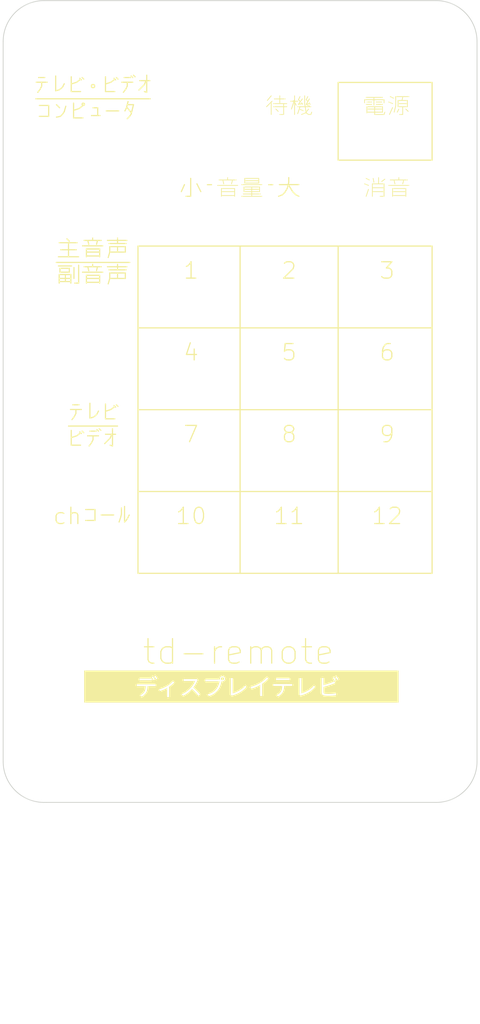
<source format=kicad_pcb>
(kicad_pcb (version 20211014) (generator pcbnew)
  (layers (0 "F.Cu" signal) (31 "B.Cu" signal) (34 "B.Paste" user) (35 "F.Paste" user) (36 "B.SilkS" user "B.Silkscreen") (37 "F.SilkS" user "F.Silkscreen") (38 "B.Mask" user) (39 "F.Mask" user) (44 "Edge.Cuts" user))
  (net 0 "")
  (footprint "MountingHole:MountingHole_3.7mm" (layer "F.Cu") (at 94 100)
    (fp_text reference "SW20" hide)
    (fp_text value "SW_Push")
    (pad "" np_thru_hole circle (at 0 0) (size 3.7 3.7) (drill 3.7) (layers *.Cu *.Mask))
  )
  (footprint "MountingHole:MountingHole_3.7mm" (layer "F.Cu") (at 70 90)
    (fp_text reference "SW14" hide)
    (fp_text value "SW_Push")
    (pad "" np_thru_hole circle (at 0 0) (size 3.7 3.7) (drill 3.7) (layers *.Cu *.Mask))
  )
  (footprint "MountingHole:MountingHole_3.7mm" (layer "F.Cu") (at 94 60)
    (fp_text reference "SW5" hide)
    (fp_text value "SW_Push")
    (pad "" np_thru_hole circle (at 0 0) (size 3.7 3.7) (drill 3.7) (layers *.Cu *.Mask))
  )
  (footprint "MountingHole:MountingHole_3.7mm" (layer "F.Cu") (at 94 50)
    (fp_text reference "SW2" hide)
    (fp_text value "SW_Push")
    (pad "" np_thru_hole circle (at 0 0) (size 3.7 3.7) (drill 3.7) (layers *.Cu *.Mask))
  )
  (footprint "MountingHole:MountingHole_3.7mm" (layer "F.Cu") (at 82 90)
    (fp_text reference "SW15" hide)
    (fp_text value "SW_Push")
    (pad "" np_thru_hole circle (at 0 0) (size 3.7 3.7) (drill 3.7) (layers *.Cu *.Mask))
  )
  (footprint "MountingHole:MountingHole_3.7mm" (layer "F.Cu") (at 94 90)
    (fp_text reference "SW16" hide)
    (fp_text value "SW_Push")
    (pad "" np_thru_hole circle (at 0 0) (size 3.7 3.7) (drill 3.7) (layers *.Cu *.Mask))
  )
  (footprint "MountingHole:MountingHole_2.2mm_M2" (layer "F.Cu") (at 64 126)
    (fp_text reference "H1" hide)
    (fp_text value "9774035243R")
    (pad "" np_thru_hole circle (at 0 0) (size 2.2 2.2) (drill 2.2) (layers *.Cu *.Mask))
  )
  (footprint "MountingHole:MountingHole_2.2mm_M2" (layer "F.Cu") (at 112 126)
    (fp_text reference "H3" hide)
    (fp_text value "9774035243R")
    (pad "" np_thru_hole circle (at 0 0) (size 2.2 2.2) (drill 2.2) (layers *.Cu *.Mask))
  )
  (footprint "MountingHole:MountingHole_3.7mm" (layer "F.Cu") (at 82 70)
    (fp_text reference "SW8" hide)
    (fp_text value "SW_Push")
    (pad "" np_thru_hole circle (at 0 0) (size 3.7 3.7) (drill 3.7) (layers *.Cu *.Mask))
  )
  (footprint "MountingHole:MountingHole_3.7mm" (layer "F.Cu") (at 106 90)
    (fp_text reference "SW17" hide)
    (fp_text value "SW_Push")
    (pad "" np_thru_hole circle (at 0 0) (size 3.7 3.7) (drill 3.7) (layers *.Cu *.Mask))
  )
  (footprint "MountingHole:MountingHole_3.7mm" (layer "F.Cu") (at 82 100)
    (fp_text reference "SW19" hide)
    (fp_text value "SW_Push")
    (pad "" np_thru_hole circle (at 0 0) (size 3.7 3.7) (drill 3.7) (layers *.Cu *.Mask))
  )
  (footprint "MountingHole:MountingHole_3.7mm" (layer "F.Cu") (at 94 80)
    (fp_text reference "SW12" hide)
    (fp_text value "SW_Push")
    (pad "" np_thru_hole circle (at 0 0) (size 3.7 3.7) (drill 3.7) (layers *.Cu *.Mask))
  )
  (footprint "MountingHole:MountingHole_3.7mm" (layer "F.Cu") (at 70 50)
    (fp_text reference "SW1" hide)
    (fp_text value "SW_Push")
    (pad "" np_thru_hole circle (at 0 0) (size 3.7 3.7) (drill 3.7) (layers *.Cu *.Mask))
  )
  (footprint "MountingHole:MountingHole_3.7mm" (layer "F.Cu") (at 70 100)
    (fp_text reference "SW18" hide)
    (fp_text value "SW_Push")
    (pad "" np_thru_hole circle (at 0 0) (size 3.7 3.7) (drill 3.7) (layers *.Cu *.Mask))
  )
  (footprint "MountingHole:MountingHole_3.7mm" (layer "F.Cu") (at 70 70)
    (fp_text reference "SW7" hide)
    (fp_text value "SW_Push")
    (pad "" np_thru_hole circle (at 0 0) (size 3.7 3.7) (drill 3.7) (layers *.Cu *.Mask))
  )
  (footprint "MountingHole:MountingHole_3.7mm" (layer "F.Cu") (at 106 80)
    (fp_text reference "SW13" hide)
    (fp_text value "SW_Push")
    (pad "" np_thru_hole circle (at 0 0) (size 3.7 3.7) (drill 3.7) (layers *.Cu *.Mask))
  )
  (footprint "MountingHole:MountingHole_3.7mm" (layer "F.Cu") (at 94 70)
    (fp_text reference "SW9" hide)
    (fp_text value "SW_Push")
    (pad "" np_thru_hole circle (at 0 0) (size 3.7 3.7) (drill 3.7) (layers *.Cu *.Mask))
  )
  (footprint "MountingHole:MountingHole_2.2mm_M2" (layer "F.Cu") (at 112 38)
    (fp_text reference "H2" hide)
    (fp_text value "9774035243R")
    (pad "" np_thru_hole circle (at 0 0) (size 2.2 2.2) (drill 2.2) (layers *.Cu *.Mask))
  )
  (footprint "MountingHole:MountingHole_3.7mm" (layer "F.Cu") (at 106 60)
    (fp_text reference "SW6" hide)
    (fp_text value "SW_Push")
    (pad "" np_thru_hole circle (at 0 0) (size 3.7 3.7) (drill 3.7) (layers *.Cu *.Mask))
  )
  (footprint "MountingHole:MountingHole_3.7mm" (layer "F.Cu") (at 106 50)
    (fp_text reference "SW3" hide)
    (fp_text value "SW_Push")
    (pad "" np_thru_hole circle (at 0 0) (size 3.7 3.7) (drill 3.7) (layers *.Cu *.Mask))
  )
  (footprint "MountingHole:MountingHole_3.7mm" (layer "F.Cu") (at 82 80)
    (fp_text reference "SW11" hide)
    (fp_text value "SW_Push" hide)
    (pad "" np_thru_hole circle (at 0 0) (size 3.7 3.7) (drill 3.7) (layers *.Cu *.Mask))
  )
  (footprint "MountingHole:MountingHole_3.7mm" (layer "F.Cu") (at 82 60)
    (fp_text reference "SW4" hide)
    (fp_text value "SW_Push")
    (pad "" np_thru_hole circle (at 0 0) (size 3.7 3.7) (drill 3.7) (layers *.Cu *.Mask))
  )
  (footprint "MountingHole:MountingHole_3.7mm" (layer "F.Cu") (at 106 70)
    (fp_text reference "SW10" hide)
    (fp_text value "SW_Push")
    (pad "" np_thru_hole circle (at 0 0) (size 3.7 3.7) (drill 3.7) (layers *.Cu *.Mask))
  )
  (footprint "MountingHole:MountingHole_2.2mm_M2" (layer "F.Cu") (at 64 38)
    (fp_text reference "H4" hide)
    (fp_text value "9774035243R")
    (pad "" np_thru_hole circle (at 0 0) (size 2.2 2.2) (drill 2.2) (layers *.Cu *.Mask))
  )
  (footprint "MountingHole:MountingHole_3.7mm" (layer "F.Cu") (at 106 100)
    (fp_text reference "SW21" hide)
    (fp_text value "SW_Push")
    (pad "" np_thru_hole circle (at 0 0) (size 3.7 3.7) (drill 3.7) (layers *.Cu *.Mask))
  )
  (gr_line (start 111.5 103) (end 75.5 103) (layer "F.SilkS") (width 0.15))
  (gr_line (start 65.5 65) (end 74.5 65) (layer "F.SilkS") (width 0.15))
  (gr_line (start 100 43) (end 100 52.5) (layer "F.SilkS") (width 0.15))
  (gr_line (start 88 63) (end 88 103) (layer "F.SilkS") (width 0.15))
  (gr_line (start 63 45) (end 77 45) (layer "F.SilkS") (width 0.15))
  (gr_line (start 111.5 63) (end 111.5 103) (layer "F.SilkS") (width 0.15))
  (gr_line (start 111.5 52.5) (end 111.5 43) (layer "F.SilkS") (width 0.15))
  (gr_line (start 75.5 83) (end 111.5 83) (layer "F.SilkS") (width 0.15))
  (gr_line (start 91.5 55.5) (end 92 55.5) (layer "F.SilkS") (width 0.15))
  (gr_poly (pts (xy 85.851357 115.692425) (xy 85.86096 115.693156) (xy 85.870423 115.694359) (xy 85.879735 115.696023) (xy 85.888884 115.698136) (xy 85.897858 115.700685) (xy 85.906645 115.70366) (xy 85.915234 115.707047) (xy 85.923611 115.710836) (xy 85.931766 115.715014) (xy 85.939687 115.719569) (xy 85.947361 115.724489) (xy 85.954776 115.729764) (xy 85.961922 115.73538) (xy 85.968785 115.741325) (xy 85.975354 115.747589) (xy 85.981618 115.754158) (xy 85.987563 115.761021) (xy 85.993179 115.768167) (xy 85.998453 115.775582) (xy 86.003374 115.783256) (xy 86.007929 115.791177) (xy 86.012107 115.799332) (xy 86.015896 115.807709) (xy 86.019283 115.816297) (xy 86.022258 115.825084) (xy 86.024807 115.834058) (xy 86.02692 115.843207) (xy 86.028584 115.852519) (xy 86.029787 115.861982) (xy 86.030518 115.871585) (xy 86.030764 115.881315) (xy 86.030518 115.890789) (xy 86.029787 115.900153) (xy 86.028584 115.909394) (xy 86.02692 115.918501) (xy 86.024807 115.92746) (xy 86.022258 115.936259) (xy 86.019283 115.944885) (xy 86.015896 115.953326) (xy 86.012107 115.961569) (xy 86.007929 115.969603) (xy 86.003374 115.977414) (xy 85.998453 115.984989) (xy 85.993179 115.992317) (xy 85.987563 115.999385) (xy 85.981618 116.006181) (xy 85.975354 116.012691) (xy 85.968785 116.018903) (xy 85.961922 116.024805) (xy 85.954776 116.030385) (xy 85.947361 116.035629) (xy 85.939687 116.040526) (xy 85.931766 116.045063) (xy 85.923611 116.049227) (xy 85.915234 116.053005) (xy 85.906645 116.056386) (xy 85.897858 116.059357) (xy 85.888884 116.061905) (xy 85.879735 116.064018) (xy 85.870423 116.065683) (xy 85.86096 116.066888) (xy 85.851357 116.06762) (xy 85.841627 116.067867) (xy 85.832155 116.06762) (xy 85.822795 116.066888) (xy 85.81356 116.065683) (xy 85.804463 116.064018) (xy 85.795516 116.061905) (xy 85.786731 116.059357) (xy 85.77812 116.056386) (xy 85.769697 116.053005) (xy 85.761472 116.049227) (xy 85.753459 116.045063) (xy 85.745669 116.040526) (xy 85.738116 116.035629) (xy 85.730811 116.030385) (xy 85.723767 116.024805) (xy 85.716995 116.018903) (xy 85.71051 116.012691) (xy 85.704321 116.006181) (xy 85.698443 115.999385) (xy 85.692887 115.992317) (xy 85.687666 115.984989) (xy 85.682791 115.977414) (xy 85.678276 115.969603) (xy 85.674132 115.961569) (xy 85.670373 115.953326) (xy 85.667009 115.944885) (xy 85.664054 115.936259) (xy 85.66152 115.92746) (xy 85.659419 115.918501) (xy 85.657763 115.909394) (xy 85.656565 115.900153) (xy 85.655838 115.890789) (xy 85.655592 115.881315) (xy 85.655838 115.871585) (xy 85.656565 115.861982) (xy 85.657763 115.852519) (xy 85.659419 115.843207) (xy 85.66152 115.834058) (xy 85.664054 115.825084) (xy 85.667009 115.816297) (xy 85.670373 115.807709) (xy 85.674132 115.799332) (xy 85.678276 115.791177) (xy 85.682791 115.783256) (xy 85.687666 115.775582) (xy 85.692887 115.768167) (xy 85.698443 115.761021) (xy 85.704321 115.754158) (xy 85.71051 115.747589) (xy 85.716995 115.741325) (xy 85.723767 115.73538) (xy 85.730811 115.729764) (xy 85.738116 115.724489) (xy 85.745669 115.719569) (xy 85.753459 115.715014) (xy 85.761472 115.710836) (xy 85.769697 115.707047) (xy 85.77812 115.70366) (xy 85.786731 115.700685) (xy 85.795516 115.698136) (xy 85.804463 115.696023) (xy 85.81356 115.694359) (xy 85.822795 115.693156) (xy 85.832155 115.692425) (xy 85.841627 115.692179)) (layer "F.SilkS") (width 0) (fill solid))
  (gr_line (start 75.5 103) (end 75.5 63) (layer "F.SilkS") (width 0.15))
  (gr_line (start 75.5 93) (end 111.5 93) (layer "F.SilkS") (width 0.15))
  (gr_line (start 100 52.5) (end 111.5 52.5) (layer "F.SilkS") (width 0.15))
  (gr_line (start 111.5 43) (end 100 43) (layer "F.SilkS") (width 0.15))
  (gr_line (start 75.5 63) (end 111.5 63) (layer "F.SilkS") (width 0.15))
  (gr_poly (pts (xy 107.4 118.8) (xy 68.914496 118.8) (xy 68.914496 116.787203) (xy 75.354413 116.787203) (xy 75.383232 116.78536) (xy 75.412523 116.784014) (xy 75.44226 116.783087) (xy 75.472419 116.782502) (xy 75.533903 116.782049) (xy 75.596775 116.782035) (xy 76.443752 116.782035) (xy 76.439375 116.88109) (xy 76.436132 116.929479) (xy 76.432047 116.977088) (xy 76.427018 117.0239) (xy 76.420942 117.069901) (xy 76.413716 117.115073) (xy 76.405237 117.159401) (xy 76.395402 117.202869) (xy 76.384108 117.245462) (xy 76.371251 117.287163) (xy 76.356731 117.327956) (xy 76.340442 117.367825) (xy 76.322282 117.406756) (xy 76.302148 117.44473) (xy 76.279938 117.481734) (xy 76.258228 117.514888) (xy 76.23445 117.547619) (xy 76.208714 117.579839) (xy 76.181131 117.611465) (xy 76.151814 117.642408) (xy 76.120872 117.672585) (xy 76.088418 117.701908) (xy 76.054562 117.730291) (xy 76.019417 117.75765) (xy 75.983093 117.783897) (xy 75.945703 117.808947) (xy 75.907356 117.832713) (xy 75.868165 117.855111) (xy 75.82824 117.876054) (xy 75.787694 117.895456) (xy 75.746637 117.913232) (xy 75.95541 118.068778) (xy 76.000071 118.044592) (xy 76.044009 118.018694) (xy 76.087097 117.991224) (xy 76.129206 117.962324) (xy 76.170208 117.932134) (xy 76.209975 117.900794) (xy 76.248377 117.868446) (xy 76.285287 117.835229) (xy 76.320577 117.801285) (xy 76.354118 117.766754) (xy 76.385781 117.731776) (xy 76.415439 117.696493) (xy 76.442963 117.661044) (xy 76.468225 117.625571) (xy 76.491096 117.590214) (xy 76.511448 117.555114) (xy 76.531827 117.514899) (xy 76.550662 117.473626) (xy 76.567998 117.43129) (xy 76.583882 117.387886) (xy 76.598359 117.34341) (xy 76.611474 117.297857) (xy 76.623275 117.251221) (xy 76.633805 117.2035) (xy 76.638297 117.179943) (xy 78.083445 117.179943) (xy 78.190416 117.388716) (xy 78.310224 117.349556) (xy 78.429691 117.306687) (xy 78.547652 117.260905) (xy 78.66294 117.213006) (xy 78.774393 117.163784) (xy 78.880844 117.114033) (xy 78.981129 117.06455) (xy 79.074083 117.016129) (xy 79.074083 117.879642) (xy 79.073826 117.913589) (xy 79.0731 117.94904) (xy 79.071974 117.98483) (xy 79.070515 118.019799) (xy 79.068791 118.052783) (xy 79.066871 118.082621) (xy 79.064823 118.108149) (xy 79.062714 118.128206) (xy 79.322129 118.128206) (xy 79.320112 118.118934) (xy 79.318289 118.108149) (xy 79.315187 118.082621) (xy 79.312753 118.052783) (xy 79.310919 118.019799) (xy 79.309614 117.98483) (xy 79.308769 117.94904) (xy 79.308176 117.879642) (xy 79.308176 117.78094) (xy 80.843483 117.78094) (xy 81.023834 117.970076) (xy 81.10171 117.933224) (xy 81.178666 117.893682) (xy 81.254639 117.851607) (xy 81.329566 117.807157) (xy 81.403386 117.76049) (xy 81.476036 117.711762) (xy 81.547455 117.661132) (xy 81.61758 117.608756) (xy 81.686348 117.554794) (xy 81.753699 117.499401) (xy 81.819569 117.442736) (xy 81.883897 117.384955) (xy 81.94662 117.326218) (xy 82.007677 117.266681) (xy 82.067005 117.206501) (xy 82.124542 117.145837) (xy 82.232787 117.245403) (xy 82.340673 117.350226) (xy 82.446777 117.458423) (xy 82.549674 117.568108) (xy 82.647941 117.677396) (xy 82.740153 117.784402) (xy 82.824888 117.887241) (xy 82.900722 117.984029) (xy 83.098643 117.81453) (xy 83.022712 117.724675) (xy 82.934137 117.624334) (xy 82.835368 117.516516) (xy 82.728856 117.404234) (xy 82.617053 117.290495) (xy 82.50241 117.178313) (xy 82.387376 117.070695) (xy 82.274404 116.970654) (xy 82.311693 116.922177) (xy 82.34836 116.872155) (xy 82.38432 116.820829) (xy 82.419487 116.768438) (xy 82.487096 116.661417) (xy 82.550498 116.553009) (xy 82.609006 116.44513) (xy 82.661931 116.339697) (xy 82.708583 116.238625) (xy 82.72231 116.205843) (xy 83.750283 116.205843) (xy 83.876543 116.20065) (xy 83.951043 116.198469) (xy 83.99091 116.197814) (xy 84.032436 116.197574) (xy 85.474724 116.197574) (xy 85.46673 116.249732) (xy 85.456533 116.304353) (xy 85.444174 116.361062) (xy 85.429692 116.419484) (xy 85.41313 116.479243) (xy 85.394528 116.539963) (xy 85.373926 116.60127) (xy 85.351365 116.662786) (xy 85.326886 116.724138) (xy 85.300529 116.784948) (xy 85.272336 116.844841) (xy 85.242346 116.903443) (xy 85.2106 116.960377) (xy 85.17714 117.015267) (xy 85.142006 117.067738) (xy 85.105238 117.117415) (xy 85.060289 117.173299) (xy 85.013145 117.22767) (xy 84.963593 117.280463) (xy 84.911424 117.331618) (xy 84.856427 117.381071) (xy 84.798391 117.42876) (xy 84.737105 117.474622) (xy 84.672359 117.518596) (xy 84.603941 117.560618) (xy 84.531642 117.600626) (xy 84.455251 117.638559) (xy 84.374556 117.674353) (xy 84.289347 117.707945) (xy 84.199414 117.739275) (xy 84.104545 117.768278) (xy 84.00453 117.794893) (xy 84.19625 118.006766) (xy 84.291494 117.975422) (xy 84.382593 117.941749) (xy 84.469702 117.905795) (xy 84.552971 117.86761) (xy 84.632554 117.827243) (xy 84.649755 117.81763) (xy 86.832264 117.81763) (xy 86.996079 117.958707) (xy 87.004508 117.953581) (xy 87.012855 117.948776) (xy 87.021108 117.944279) (xy 87.029254 117.940079) (xy 87.037282 117.936161) (xy 87.045181 117.932514) (xy 87.052938 117.929123) (xy 87.060541 117.925977) (xy 87.075239 117.920367) (xy 87.089181 117.91558) (xy 87.102272 117.911514) (xy 87.114418 117.908065) (xy 87.244736 117.868253) (xy 87.372075 117.825061) (xy 87.496298 117.778551) (xy 87.617268 117.728785) (xy 87.734849 117.675825) (xy 87.848904 117.619735) (xy 87.959297 117.560576) (xy 88.065891 117.498411) (xy 88.168549 117.433302) (xy 88.267135 117.365313) (xy 88.361511 117.294505) (xy 88.451543 117.220941) (xy 88.537092 117.144683) (xy 88.618022 117.065795) (xy 88.694197 116.984337) (xy 88.76548 116.900374) (xy 88.758159 116.889005) (xy 89.270359 116.889005) (xy 89.38353 117.109147) (xy 89.530213 117.061487) (xy 89.675384 117.0099) (xy 89.818046 116.954943) (xy 89.957206 116.897178) (xy 90.091868 116.837164) (xy 90.221037 116.775461) (xy 90.343718 116.712628) (xy 90.458916 116.649226) (xy 90.458916 117.693607) (xy 90.45853 117.735166) (xy 90.457442 117.778465) (xy 90.455753 117.822086) (xy 90.453564 117.864611) (xy 90.450979 117.904622) (xy 90.448099 117.940702) (xy 90.445026 117.971433) (xy 90.441862 117.995398) (xy 90.718333 117.995398) (xy 90.714359 117.970623) (xy 90.710906 117.939511) (xy 90.707976 117.903382) (xy 90.705573 117.863552) (xy 90.703699 117.821342) (xy 90.702356 117.778068) (xy 90.701549 117.73505) (xy 90.701279 117.693607) (xy 90.701279 116.761881) (xy 92.061919 116.761881) (xy 92.091681 116.760016) (xy 92.121704 116.758612) (xy 92.151988 116.757602) (xy 92.182534 116.756922) (xy 92.244423 116.756291) (xy 92.307383 116.756197) (xy 93.153843 116.756197) (xy 93.149467 116.854348) (xy 93.146223 116.902399) (xy 93.142138 116.949743) (xy 93.137108 116.996363) (xy 93.131032 117.042241) (xy 93.123806 117.087361) (xy 93.115327 117.131704) (xy 93.105492 117.175254) (xy 93.094198 117.217993) (xy 93.081342 117.259902) (xy 93.066821 117.300966) (xy 93.050532 117.341166) (xy 93.032372 117.380486) (xy 93.012239 117.418907) (xy 92.990029 117.456412) (xy 92.968319 117.489567) (xy 92.944541 117.522297) (xy 92.918805 117.554518) (xy 92.891222 117.586143) (xy 92.861904 117.617087) (xy 92.830962 117.647263) (xy 92.798508 117.676586) (xy 92.764653 117.70497) (xy 92.729508 117.732328) (xy 92.693184 117.758575) (xy 92.655793 117.783625) (xy 92.617446 117.807392) (xy 92.578255 117.82979) (xy 92.53833 117.850733) (xy 92.497783 117.870135) (xy 92.456726 117.887911) (xy 92.665501 118.043457) (xy 92.710162 118.019266) (xy 92.7541 117.993355) (xy 92.797188 117.965858) (xy 92.839297 117.936915) (xy 92.880299 117.906662) (xy 92.920066 117.875236) (xy 92.958468 117.842775) (xy 92.986289 117.81763) (xy 95.242604 117.81763) (xy 95.405901 117.958707) (xy 95.414336 117.953581) (xy 95.4227 117.948776) (xy 95.430978 117.944279) (xy 95.439157 117.940079) (xy 95.447224 117.936161) (xy 95.455166 117.932514) (xy 95.46297 117.929123) (xy 95.470621 117.925977) (xy 95.485414 117.920367) (xy 95.499439 117.91558) (xy 95.512589 117.911514) (xy 95.524758 117.908065) (xy 95.655076 117.868253) (xy 95.782414 117.825061) (xy 95.906637 117.778551) (xy 96.027607 117.728785) (xy 96.145188 117.675825) (xy 96.259243 117.619735) (xy 96.369636 117.560576) (xy 96.476229 117.498411) (xy 96.578887 117.433302) (xy 96.677473 117.365313) (xy 96.77185 117.294505) (xy 96.861881 117.220941) (xy 96.94743 117.144683) (xy 97.028361 117.065795) (xy 97.104536 116.984337) (xy 97.17582 116.900374) (xy 97.048697 116.70297) (xy 96.979613 116.787167) (xy 96.904005 116.869215) (xy 96.822488 116.948887) (xy 96.735678 117.025957) (xy 96.64419 117.100196) (xy 96.54864 117.17138) (xy 96.449644 117.23928) (xy 96.347816 117.303669) (xy 96.243772 117.364321) (xy 96.138128 117.421009) (xy 96.031499 117.473507) (xy 95.9245 117.521586) (xy 95.817747 117.56502) (xy 95.711856 117.603583) (xy 95.607442 117.637047) (xy 95.50512 117.665185) (xy 95.50512 116.064766) (xy 95.5055 116.033126) (xy 95.5066 116.00003) (xy 95.508356 115.966139) (xy 95.510704 115.932117) (xy 95.513582 115.898623) (xy 95.516926 115.86632) (xy 95.520672 115.83587) (xy 95.524758 115.807934) (xy 95.245188 115.807934) (xy 95.249517 115.832166) (xy 95.253907 115.861558) (xy 95.258161 115.894654) (xy 95.262082 115.93) (xy 95.265473 115.96614) (xy 95.268139 116.001617) (xy 95.269883 116.034978) (xy 95.270508 116.064766) (xy 95.270508 117.679138) (xy 95.270412 117.689499) (xy 95.270119 117.699442) (xy 95.269626 117.709009) (xy 95.268926 117.71824) (xy 95.268015 117.727175) (xy 95.266888 117.735856) (xy 95.265539 117.744323) (xy 95.263964 117.752617) (xy 95.262158 117.760779) (xy 95.260115 117.76885) (xy 95.25783 117.776869) (xy 95.255298 117.784878) (xy 95.252515 117.792919) (xy 95.249475 117.80103) (xy 95.246173 117.809254) (xy 95.242604 117.81763) (xy 92.986289 117.81763) (xy 92.995378 117.809416) (xy 93.030668 117.775296) (xy 93.064208 117.740553) (xy 93.095872 117.705324) (xy 93.12553 117.669746) (xy 93.153053 117.633956) (xy 93.178315 117.598093) (xy 93.201186 117.562292) (xy 93.221539 117.526692) (xy 93.241924 117.486971) (xy 93.260775 117.446125) (xy 93.278137 117.404154) (xy 93.294053 117.361059) (xy 93.308569 117.316838) (xy 93.321729 117.271492) (xy 93.333576 117.225022) (xy 93.344155 117.177428) (xy 93.35351 117.128709) (xy 93.361686 117.078865) (xy 93.368726 117.027897) (xy 93.374676 116.975805) (xy 93.383481 116.868249) (xy 93.388453 116.756197) (xy 94.155848 116.756197) (xy 94.210089 116.756688) (xy 94.268036 116.757981) (xy 94.324925 116.759802) (xy 94.37599 116.761881) (xy 94.37599 116.527787) (xy 94.349515 116.531628) (xy 94.321353 116.534729) (xy 94.292198 116.537162) (xy 94.262745 116.538996) (xy 94.233688 116.540301) (xy 94.205724 116.541147) (xy 94.155848 116.541739) (xy 92.307383 116.541739) (xy 92.274958 116.541487) (xy 92.243233 116.54075) (xy 92.212106 116.539557) (xy 92.181476 116.537938) (xy 92.151244 116.535922) (xy 92.121307 116.533539) (xy 92.091566 116.530817) (xy 92.061919 116.527787) (xy 92.061919 116.761881) (xy 90.701279 116.761881) (xy 90.701279 116.502465) (xy 90.807883 116.429465) (xy 90.911658 116.354509) (xy 91.012401 116.277765) (xy 91.109909 116.199398) (xy 91.203977 116.119575) (xy 91.277755 116.053397) (xy 92.4004 116.053397) (xy 92.427873 116.051421) (xy 92.457199 116.049724) (xy 92.520349 116.047146) (xy 92.587733 116.045627) (xy 92.657233 116.045129) (xy 93.797215 116.045129) (xy 93.861252 116.045627) (xy 93.928473 116.047146) (xy 93.995694 116.049724) (xy 94.059731 116.053397) (xy 94.059731 115.819303) (xy 94.028194 115.823277) (xy 93.995297 115.82673) (xy 93.961538 115.82966) (xy 93.927414 115.832063) (xy 93.893423 115.833937) (xy 93.860061 115.835279) (xy 93.827826 115.836087) (xy 93.797215 115.836356) (xy 92.654648 115.836356) (xy 92.621035 115.835971) (xy 92.587934 115.834882) (xy 92.555351 115.833193) (xy 92.523291 115.831005) (xy 92.49176 115.828419) (xy 92.460764 115.825539) (xy 92.4004 115.819303) (xy 92.4004 116.053397) (xy 91.277755 116.053397) (xy 91.294402 116.038465) (xy 91.38098 115.956233) (xy 91.463507 115.873046) (xy 91.375355 115.791398) (xy 97.962851 115.791398) (xy 97.966824 115.817071) (xy 97.970277 115.844946) (xy 97.973207 115.874334) (xy 97.975611 115.904544) (xy 97.977485 115.934887) (xy 97.978827 115.964672) (xy 97.979635 115.993209) (xy 97.979904 116.019808) (xy 97.979904 117.572168) (xy 97.980259 117.593221) (xy 97.981318 117.613526) (xy 97.983079 117.633097) (xy 97.985535 117.651946) (xy 97.988684 117.670085) (xy 97.992519 117.687529) (xy 97.997037 117.70429) (xy 98.002232 117.72038) (xy 98.008101 117.735814) (xy 98.014639 117.750603) (xy 98.021841 117.76476) (xy 98.029703 117.778299) (xy 98.038219 117.791232) (xy 98.047386 117.803573) (xy 98.057199 117.815333) (xy 98.067652 117.826527) (xy 98.078743 117.837167) (xy 98.090466 117.847266) (xy 98.102816 117.856837) (xy 98.115789 117.865892) (xy 98.12938 117.874445) (xy 98.143585 117.882509) (xy 98.1584 117.890096) (xy 98.173818 117.89722) (xy 98.206452 117.910128) (xy 98.241448 117.921337) (xy 98.278771 117.93095) (xy 98.318384 117.93907) (xy 98.364184 117.945941) (xy 98.414356 117.951765) (xy 98.468236 117.956581) (xy 98.525161 117.960431) (xy 98.584467 117.963355) (xy 98.645491 117.965393) (xy 98.707568 117.966587) (xy 98.770035 117.966975) (xy 98.890253 117.965949) (xy 99.017892 117.96293) (xy 99.14951 117.958009) (xy 99.281661 117.951278) (xy 99.410902 117.942827) (xy 99.533789 117.932747) (xy 99.646876 117.921129) (xy 99.746722 117.908065) (xy 99.746722 117.651232) (xy 99.700565 117.662474) (xy 99.65026 117.672922) (xy 99.539138 117.691476) (xy 99.417229 117.706968) (xy 99.288405 117.719474) (xy 99.156539 117.72907) (xy 99.025502 117.735831) (xy 98.899166 117.739832) (xy 98.781405 117.741149) (xy 98.72928 117.740773) (xy 98.677151 117.739662) (xy 98.625814 117.737839) (xy 98.576062 117.735331) (xy 98.528692 117.73216) (xy 98.484498 117.728354) (xy 98.444275 117.723935) (xy 98.408818 117.718929) (xy 98.383811 117.713514) (xy 98.360631 117.707759) (xy 98.339248 117.701516) (xy 98.319633 117.694642) (xy 98.310479 117.690923) (xy 98.301755 117.686992) (xy 98.293459 117.68283) (xy 98.285587 117.67842) (xy 98.278134 117.673744) (xy 98.271097 117.668783) (xy 98.264473 117.663519) (xy 98.258258 117.657934) (xy 98.252448 117.65201) (xy 98.247039 117.645729) (xy 98.242028 117.639073) (xy 98.237411 117.632023) (xy 98.233185 117.624562) (xy 98.229345 117.616672) (xy 98.225889 117.608334) (xy 98.222812 117.59953) (xy 98.220111 117.590242) (xy 98.217782 117.580452) (xy 98.215821 117.570142) (xy 98.214225 117.559294) (xy 98.21299 117.547889) (xy 98.212112 117.53591) (xy 98.211588 117.523338) (xy 98.211415 117.510156) (xy 98.211415 116.889005) (xy 98.348531 116.85252) (xy 98.494985 116.811436) (xy 98.647135 116.766714) (xy 98.80134 116.719312) (xy 98.953958 116.670191) (xy 99.101346 116.620309) (xy 99.239862 116.570626) (xy 99.365866 116.522102) (xy 99.398325 116.509849) (xy 99.431894 116.496569) (xy 99.500533 116.468125) (xy 99.630966 116.412032) (xy 99.532263 116.186206) (xy 99.502368 116.203938) (xy 99.471995 116.22115) (xy 99.441215 116.237839) (xy 99.410099 116.254001) (xy 99.378719 116.269634) (xy 99.347145 116.284735) (xy 99.315449 116.299301) (xy 99.283701 116.31333) (xy 99.167016 116.361224) (xy 99.039163 116.409174) (xy 98.903248 116.456456) (xy 98.762375 116.502345) (xy 98.61965 116.546118) (xy 98.478179 116.58705) (xy 98.341065 116.624417) (xy 98.211415 116.657495) (xy 98.211415 116.019808) (xy 98.211667 115.989967) (xy 98.212404 115.959909) (xy 98.213597 115.929926) (xy 98.215216 115.900311) (xy 98.217232 115.871357) (xy 98.219615 115.843359) (xy 98.222336 115.816608) (xy 98.225367 115.791398) (xy 97.962851 115.791398) (xy 91.375355 115.791398) (xy 91.341879 115.760392) (xy 99.343128 115.760392) (xy 99.372506 115.80329) (xy 99.403027 115.850649) (xy 99.434002 115.901113) (xy 99.464741 115.953329) (xy 99.494555 116.005942) (xy 99.522752 116.057597) (xy 99.548643 116.10694) (xy 99.571537 116.152616) (xy 99.723984 116.081819) (xy 99.699914 116.036966) (xy 99.672729 115.988085) (xy 99.643291 115.936695) (xy 99.612462 115.884316) (xy 99.581104 115.832466) (xy 99.550079 115.782664) (xy 99.520248 115.736429) (xy 99.492474 115.69528) (xy 99.343128 115.760392) (xy 91.341879 115.760392) (xy 91.27437 115.697863) (xy 91.236851 115.741902) (xy 91.197392 115.786104) (xy 91.156105 115.830361) (xy 91.113102 115.874564) (xy 91.068495 115.918606) (xy 91.022395 115.962377) (xy 90.974914 116.00577) (xy 90.926164 116.048676) (xy 90.876256 116.090987) (xy 90.825302 116.132594) (xy 90.773415 116.173389) (xy 90.720705 116.213263) (xy 90.667284 116.252109) (xy 90.613264 116.289817) (xy 90.558757 116.32628) (xy 90.503874 116.361389) (xy 90.380956 116.435339) (xy 90.247638 116.508519) (xy 90.104653 116.580172) (xy 89.952734 116.649539) (xy 89.792612 116.715863) (xy 89.625021 116.778387) (xy 89.450692 116.836354) (xy 89.270359 116.889005) (xy 88.758159 116.889005) (xy 88.638356 116.70297) (xy 88.569272 116.787167) (xy 88.493664 116.869215) (xy 88.412147 116.948887) (xy 88.325338 117.025957) (xy 88.23385 117.100196) (xy 88.138301 117.17138) (xy 88.039304 117.23928) (xy 87.937476 117.303669) (xy 87.833432 117.364321) (xy 87.727788 117.421009) (xy 87.621159 117.473507) (xy 87.51416 117.521586) (xy 87.407408 117.56502) (xy 87.301517 117.603583) (xy 87.197102 117.637047) (xy 87.09478 117.665185) (xy 87.09478 116.064766) (xy 87.095161 116.033126) (xy 87.096261 116.00003) (xy 87.098018 115.966139) (xy 87.100366 115.932117) (xy 87.103244 115.898623) (xy 87.106588 115.86632) (xy 87.110334 115.83587) (xy 87.114418 115.807934) (xy 86.834849 115.807934) (xy 86.8392 115.832166) (xy 86.843648 115.861558) (xy 86.847985 115.894654) (xy 86.852001 115.93) (xy 86.855488 115.96614) (xy 86.858238 116.001617) (xy 86.86004 116.034978) (xy 86.860688 116.064766) (xy 86.860688 117.679138) (xy 86.860585 117.689499) (xy 86.860277 117.699442) (xy 86.859757 117.709009) (xy 86.859025 117.71824) (xy 86.858074 117.727175) (xy 86.856903 117.735856) (xy 86.855508 117.744323) (xy 86.853884 117.752617) (xy 86.852029 117.760779) (xy 86.84994 117.76885) (xy 86.847611 117.776869) (xy 86.84504 117.784878) (xy 86.842224 117.792919) (xy 86.839158 117.80103) (xy 86.835839 117.809254) (xy 86.832264 117.81763) (xy 84.649755 117.81763) (xy 84.708604 117.784743) (xy 84.781273 117.740161) (xy 84.850713 117.693545) (xy 84.917078 117.644945) (xy 84.980519 117.594409) (xy 85.04119 117.541988) (xy 85.099243 117.48773) (xy 85.15483 117.431686) (xy 85.208105 117.373904) (xy 85.25922 117.314433) (xy 85.308327 117.253324) (xy 85.349142 117.196976) (xy 85.387983 117.137254) (xy 85.42486 117.074632) (xy 85.459778 117.009581) (xy 85.492747 116.942574) (xy 85.523774 116.874084) (xy 85.552867 116.804582) (xy 85.580034 116.734542) (xy 85.605282 116.664436) (xy 85.62862 116.594736) (xy 85.669597 116.458445) (xy 85.703028 116.329449) (xy 85.728974 116.211527) (xy 85.730006 116.207301) (xy 85.730971 116.203111) (xy 85.731848 116.198988) (xy 85.732615 116.194966) (xy 85.73325 116.191076) (xy 85.73373 116.18735) (xy 85.733906 116.185559) (xy 85.734034 116.183821) (xy 85.734114 116.182141) (xy 85.734141 116.180521) (xy 85.746978 116.184495) (xy 85.760064 116.187948) (xy 85.773359 116.190878) (xy 85.786826 116.193281) (xy 85.800425 116.195155) (xy 85.814117 116.196497) (xy 85.827864 116.197305) (xy 85.841627 116.197574) (xy 85.857937 116.197164) (xy 85.874043 116.195945) (xy 85.889926 116.193938) (xy 85.905565 116.191162) (xy 85.920939 116.187637) (xy 85.936027 116.183383) (xy 85.950809 116.178419) (xy 85.965265 116.172765) (xy 85.979373 116.166441) (xy 85.993113 116.159466) (xy 86.006464 116.151861) (xy 86.019405 116.143645) (xy 86.031917 116.134837) (xy 86.043978 116.125457) (xy 86.055568 116.115525) (xy 86.066665 116.105061) (xy 86.07725 116.094085) (xy 86.087302 116.082615) (xy 86.0968 116.070672) (xy 86.105723 116.058276) (xy 86.114051 116.045446) (xy 86.121764 116.032201) (xy 86.128839 116.018562) (xy 86.135258 116.004549) (xy 86.140999 115.99018) (xy 86.146041 115.975477) (xy 86.150364 115.960457) (xy 86.153948 115.945142) (xy 86.156771 115.92955) (xy 86.158813 115.913702) (xy 86.160053 115.897617) (xy 86.160471 115.881315) (xy 86.160053 115.865005) (xy 86.158813 115.848899) (xy 86.156771 115.833015) (xy 86.153948 115.817377) (xy 86.150364 115.802003) (xy 86.146041 115.786914) (xy 86.140999 115.772132) (xy 86.135258 115.757677) (xy 86.128839 115.743569) (xy 86.121764 115.729829) (xy 86.114051 115.716478) (xy 86.105723 115.703536) (xy 86.0968 115.691024) (xy 86.087302 115.678964) (xy 86.07725 115.667374) (xy 86.066665 115.656276) (xy 86.057171 115.64722) (xy 99.653704 115.64722) (xy 99.683903 115.68966) (xy 99.714886 115.735883) (xy 99.746127 115.784892) (xy 99.7771 115.835691) (xy 99.807279 115.887283) (xy 99.836139 115.938673) (xy 99.863154 115.988865) (xy 99.887799 116.036861) (xy 100.040245 115.966064) (xy 100.017667 115.923868) (xy 99.990879 115.876702) (xy 99.960976 115.826223) (xy 99.929054 115.774086) (xy 99.896205 115.72195) (xy 99.863526 115.67147) (xy 99.832109 115.624304) (xy 99.803049 115.582108) (xy 99.653704 115.64722) (xy 86.057171 115.64722) (xy 86.055568 115.645691) (xy 86.043978 115.63564) (xy 86.031917 115.626142) (xy 86.019405 115.617219) (xy 86.006464 115.60889) (xy 85.993113 115.601178) (xy 85.979373 115.594103) (xy 85.965265 115.587684) (xy 85.950809 115.581943) (xy 85.936027 115.576901) (xy 85.920939 115.572578) (xy 85.905565 115.568995) (xy 85.889926 115.566172) (xy 85.874043 115.56413) (xy 85.857937 115.562889) (xy 85.841627 115.562471) (xy 85.825325 115.562889) (xy 85.80924 115.56413) (xy 85.793392 115.566172) (xy 85.777801 115.568995) (xy 85.762485 115.572578) (xy 85.747466 115.576901) (xy 85.732762 115.581943) (xy 85.718394 115.587684) (xy 85.70438 115.594103) (xy 85.690742 115.601178) (xy 85.677497 115.60889) (xy 85.664667 115.617219) (xy 85.652271 115.626142) (xy 85.640328 115.63564) (xy 85.628858 115.645691) (xy 85.617882 115.656276) (xy 85.607418 115.667374) (xy 85.597486 115.678964) (xy 85.588106 115.691024) (xy 85.579298 115.703536) (xy 85.571082 115.716478) (xy 85.563476 115.729829) (xy 85.556502 115.743569) (xy 85.550177 115.757677) (xy 85.544524 115.772132) (xy 85.53956 115.786914) (xy 85.535305 115.802003) (xy 85.53178 115.817377) (xy 85.529005 115.833015) (xy 85.526997 115.848899) (xy 85.525779 115.865005) (xy 85.525368 115.881315) (xy 85.525437 115.887136) (xy 85.525642 115.892956) (xy 85.525978 115.89877) (xy 85.526438 115.904573) (xy 85.527714 115.91613) (xy 85.529428 115.92759) (xy 85.531538 115.938918) (xy 85.534004 115.950078) (xy 85.536785 115.961033) (xy 85.539837 115.971748) (xy 85.52727 115.972692) (xy 85.514991 115.973424) (xy 85.503038 115.97397) (xy 85.491446 115.974357) (xy 85.469487 115.974761) (xy 85.449404 115.974849) (xy 84.032436 115.974849) (xy 83.996813 115.974446) (xy 83.960171 115.973288) (xy 83.923069 115.971449) (xy 83.886067 115.969005) (xy 83.849727 115.966033) (xy 83.81461 115.962607) (xy 83.781274 115.958802) (xy 83.750283 115.954695) (xy 83.750283 116.205843) (xy 82.72231 116.205843) (xy 82.748276 116.143831) (xy 82.751676 116.136175) (xy 82.755485 116.128084) (xy 82.764101 116.110959) (xy 82.773653 116.093179) (xy 82.783674 116.075469) (xy 82.793696 116.058553) (xy 82.803248 116.043155) (xy 82.811864 116.029998) (xy 82.819073 116.019808) (xy 82.674896 115.909737) (xy 82.656669 115.914765) (xy 82.635919 115.919243) (xy 82.612735 115.923132) (xy 82.58721 115.926397) (xy 82.559436 115.929001) (xy 82.529505 115.930906) (xy 82.497509 115.932076) (xy 82.463539 115.932474) (xy 81.3742 115.932474) (xy 81.339255 115.931973) (xy 81.299467 115.930604) (xy 81.257155 115.928567) (xy 81.21464 115.926064) (xy 81.13828 115.920467) (xy 81.109075 115.917774) (xy 81.088947 115.915421) (xy 81.088947 116.172253) (xy 81.132724 116.168882) (xy 81.206173 116.164218) (xy 81.292323 116.160084) (xy 81.334856 116.158784) (xy 81.3742 116.1583) (xy 82.474908 116.1583) (xy 82.460126 116.203325) (xy 82.442383 116.250348) (xy 82.421899 116.299055) (xy 82.398895 116.349133) (xy 82.373589 116.400268) (xy 82.346203 116.452145) (xy 82.316954 116.504452) (xy 82.286064 116.556874) (xy 82.253752 116.609098) (xy 82.220237 116.66081) (xy 82.185739 116.711695) (xy 82.150479 116.761441) (xy 82.114675 116.809733) (xy 82.078548 116.856257) (xy 82.042318 116.900701) (xy 82.006203 116.942748) (xy 81.950233 117.003694) (xy 81.891419 117.064655) (xy 81.829894 117.125385) (xy 81.76579 117.185635) (xy 81.699239 117.245157) (xy 81.630373 117.303704) (xy 81.559325 117.361027) (xy 81.486226 117.416878) (xy 81.411209 117.471009) (xy 81.334406 117.523173) (xy 81.255949 117.57312) (xy 81.17597 117.620604) (xy 81.094602 117.665376) (xy 81.011977 117.707188) (xy 80.928227 117.745792) (xy 80.843483 117.78094) (xy 79.308176 117.78094) (xy 79.308176 116.875052) (xy 79.35611 116.843386) (xy 79.403525 116.810919) (xy 79.450301 116.777783) (xy 79.496318 116.744113) (xy 79.541457 116.710041) (xy 79.585599 116.675702) (xy 79.628623 116.641228) (xy 79.670411 116.606753) (xy 79.710844 116.57241) (xy 79.7498 116.538333) (xy 79.787162 116.504654) (xy 79.822809 116.471509) (xy 79.856623 116.439029) (xy 79.888483 116.407349) (xy 79.91827 116.376601) (xy 79.945864 116.346919) (xy 79.771198 116.177937) (xy 79.742879 116.21237) (xy 79.712004 116.247818) (xy 79.678728 116.284109) (xy 79.643211 116.321068) (xy 79.605609 116.358523) (xy 79.566079 116.3963) (xy 79.52478 116.434225) (xy 79.481867 116.472125) (xy 79.4375 116.509827) (xy 79.391835 116.547157) (xy 79.345029 116.583942) (xy 79.29724 116.620007) (xy 79.248626 116.655181) (xy 79.199343 116.689289) (xy 79.14955 116.722157) (xy 79.099404 116.753613) (xy 79.005396 116.808858) (xy 78.896607 116.867455) (xy 78.775716 116.92745) (xy 78.645399 116.986886) (xy 78.508336 117.04381) (xy 78.367204 117.096264) (xy 78.295949 117.120204) (xy 78.224681 117.142293) (xy 78.153735 117.162288) (xy 78.083445 117.179943) (xy 76.638297 117.179943) (xy 76.643112 117.154686) (xy 76.651242 117.104777) (xy 76.658239 117.053766) (xy 76.66415 117.00165) (xy 76.672896 116.894082) (xy 76.677846 116.782035) (xy 77.445758 116.782035) (xy 77.499999 116.782445) (xy 77.557946 116.78356) (xy 77.614834 116.785204) (xy 77.6659 116.787203) (xy 77.6659 116.553108) (xy 77.639424 116.556949) (xy 77.611262 116.560051) (xy 77.582106 116.562484) (xy 77.552653 116.564318) (xy 77.523597 116.565623) (xy 77.495633 116.566468) (xy 77.445758 116.567061) (xy 75.596775 116.567061) (xy 75.564368 116.566809) (xy 75.532713 116.566071) (xy 75.501735 116.564879) (xy 75.471361 116.56326) (xy 75.441516 116.561244) (xy 75.412126 116.55886) (xy 75.383116 116.556139) (xy 75.354413 116.553108) (xy 75.354413 116.787203) (xy 68.914496 116.787203) (xy 68.914496 116.079235) (xy 75.687209 116.079235) (xy 75.745683 116.075482) (xy 75.809767 116.072726) (xy 75.877555 116.071029) (xy 75.947141 116.07045) (xy 76.920725 116.07045) (xy 76.984762 116.071029) (xy 77.051984 116.072726) (xy 77.119205 116.075482) (xy 77.183242 116.079235) (xy 77.183242 115.844624) (xy 77.15182 115.848598) (xy 77.119205 115.852051) (xy 77.085793 115.854981) (xy 77.051984 115.857384) (xy 77.018174 115.859258) (xy 76.984762 115.860601) (xy 76.952147 115.861408) (xy 76.920725 115.861678) (xy 75.944041 115.861678) (xy 75.910433 115.861292) (xy 75.87732 115.860204) (xy 75.84467 115.858514) (xy 75.81245 115.856326) (xy 75.749167 115.850861) (xy 75.687209 115.844624) (xy 75.687209 116.079235) (xy 68.914496 116.079235) (xy 68.914496 115.678226) (xy 77.180141 115.678226) (xy 77.20954 115.721125) (xy 77.24012 115.768483) (xy 77.271178 115.818948) (xy 77.302012 115.871163) (xy 77.331921 115.923776) (xy 77.360201 115.975431) (xy 77.38615 116.024774) (xy 77.409067 116.07045) (xy 77.560996 116.002754) (xy 77.537759 115.956975) (xy 77.511013 115.907433) (xy 77.481707 115.855646) (xy 77.450791 115.803134) (xy 77.419213 115.751417) (xy 77.387924 115.702011) (xy 77.35787 115.656438) (xy 77.330003 115.616215) (xy 77.180141 115.678226) (xy 68.914496 115.678226) (xy 68.914496 115.565572) (xy 77.490716 115.565572) (xy 77.521727 115.60799) (xy 77.55309 115.654154) (xy 77.584381 115.70308) (xy 77.615172 115.753783) (xy 77.645037 115.805281) (xy 77.673549 115.856588) (xy 77.700283 115.906721) (xy 77.724811 115.954695) (xy 77.877256 115.886999) (xy 77.854678 115.84471) (xy 77.827891 115.797321) (xy 77.797989 115.746577) (xy 77.766067 115.694221) (xy 77.733219 115.641998) (xy 77.700539 115.59165) (xy 77.669122 115.544923) (xy 77.640062 115.50356) (xy 77.490716 115.565572) (xy 68.914496 115.565572) (xy 68.914496 114.878792) (xy 107.4 114.878792)) (layer "F.SilkS") (width 0) (fill solid))
  (gr_line (start 67 85) (end 73 85) (layer "F.SilkS") (width 0.15))
  (gr_line (start 100 63) (end 100 103) (layer "F.SilkS") (width 0.15))
  (gr_line (start 84 55.5) (end 84.5 55.5) (layer "F.SilkS") (width 0.15))
  (gr_line (start 75.5 73) (end 111.5 73) (layer "F.SilkS") (width 0.15))
  (gr_arc (start 64 131) (mid 60.464466 129.535534) (end 59 126) (layer "Edge.Cuts") (width 0.1))
  (gr_line (start 64 33) (end 112 33) (layer "Edge.Cuts") (width 0.1))
  (gr_line (start 117 38) (end 117 126) (layer "Edge.Cuts") (width 0.1))
  (gr_line (start 112 131) (end 64 131) (layer "Edge.Cuts") (width 0.1))
  (gr_arc (start 112 33) (mid 115.535534 34.464466) (end 117 38) (layer "Edge.Cuts") (width 0.1))
  (gr_line (start 59 38) (end 59 126) (layer "Edge.Cuts") (width 0.1))
  (gr_arc (start 117 126) (mid 115.535534 129.535534) (end 112 131) (layer "Edge.Cuts") (width 0.1))
  (gr_arc (start 59 38) (mid 60.464466 34.464466) (end 64 33) (layer "Edge.Cuts") (width 0.1))
  (gr_text "2" (at 94 66) (layer "F.SilkS") (effects (font (size 2 2))))
  (gr_text "4" (at 82 76) (layer "F.SilkS") (effects (font (size 2 2))))
  (gr_text "3" (at 106 66) (layer "F.SilkS") (effects (font (size 2 2))))
  (gr_text "8" (at 94 86) (layer "F.SilkS") (effects (font (size 2 2))))
  (gr_text "10" (at 82 96) (layer "F.SilkS") (effects (font (size 2 2))))
  (gr_text "6" (at 106 76) (layer "F.SilkS") (effects (font (size 2 2))))
  (gr_text "5" (at 94 76) (layer "F.SilkS") (effects (font (size 2 2))))
  (gr_text "7" (at 82 86) (layer "F.SilkS") (effects (font (size 2 2))))
  (gr_text "大" (at 94 56) (layer "F.SilkS") (effects (font (size 2 2))))
  (gr_text "音量" (at 88 56) (layer "F.SilkS") (effects (font (size 2 2) (thickness 0.1))))
  (gr_text "1" (at 82 66) (layer "F.SilkS") (effects (font (size 2 2))))
  (gr_text "主音声\n副音声" (at 70 65) (layer "F.SilkS") (effects (font (size 2 2))))
  (gr_text "td-remote" (at 87.8 112.6) (layer "F.SilkS") (effects (font (size 3 3))))
  (gr_text "小" (at 82 56) (layer "F.SilkS") (effects (font (size 2 2))))
  (gr_text "テレビ\nビデオ" (at 70 85) (layer "F.SilkS") (effects (font (size 2 2))))
  (gr_text "電源" (at 106 46) (layer "F.SilkS") (effects (font (size 2 2) (thickness 0.1))))
  (gr_text "12" (at 106 96) (layer "F.SilkS") (effects (font (size 2 2))))
  (gr_text "消音" (at 106 56) (layer "F.SilkS") (effects (font (size 2 2) (thickness 0.1))))
  (gr_text "テレビ・ビデオ\nコンピュータ " (at 70 45) (layer "F.SilkS") (effects (font (size 2 2))))
  (gr_text "9" (at 106 86) (layer "F.SilkS") (effects (font (size 2 2))))
  (gr_text "11" (at 94 96) (layer "F.SilkS") (effects (font (size 2 2))))
  (gr_text "chコール" (at 70 96) (layer "F.SilkS") (effects (font (size 2 2))))
  (gr_text "待機" (at 94 46) (layer "F.SilkS") (effects (font (size 2 2) (thickness 0.1))))
)
</source>
